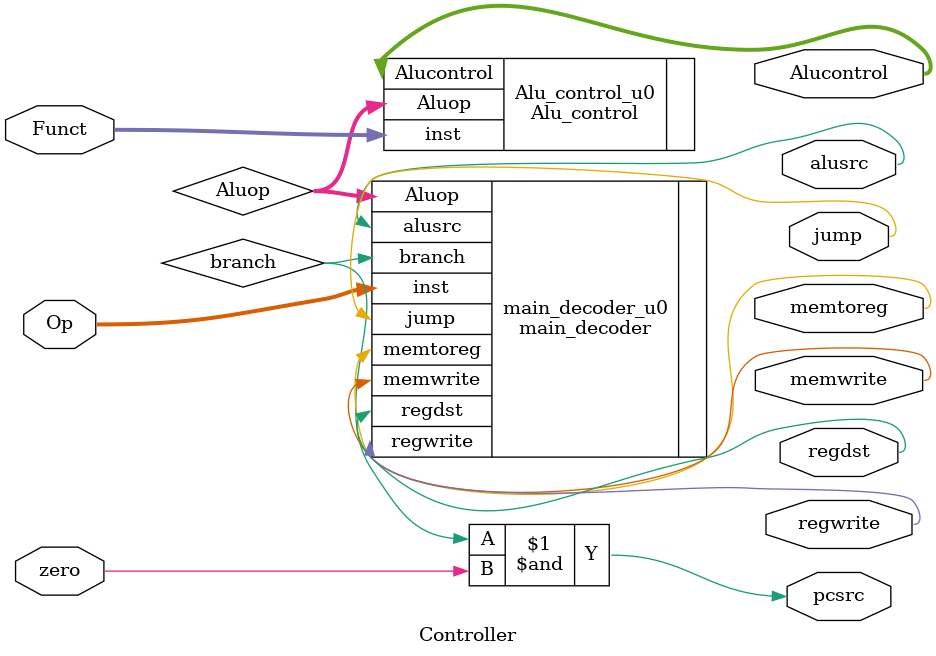
<source format=v>
`timescale 1ns / 1ps

module Controller(
    input wire [5:0] Op,Funct,
    input wire zero,
    output wire jump,alusrc,memwrite,memtoreg,regwrite,regdst,pcsrc,
    output wire [2:0] Alucontrol
    );

    wire [1:0] Aluop;
    wire branch;

    main_decoder main_decoder_u0(
    .inst(Op),
    .jump(jump),
    .branch(branch),
    .alusrc(alusrc),
    .memwrite(memwrite),
    .memtoreg(memtoreg),
    .regwrite(regwrite),
    .regdst(regdst),
    .Aluop(Aluop)
    );

    Alu_control Alu_control_u0(
    .inst(Funct),
    .Aluop(Aluop),
    .Alucontrol(Alucontrol)
    );

    assign pcsrc = branch & zero;

endmodule

</source>
